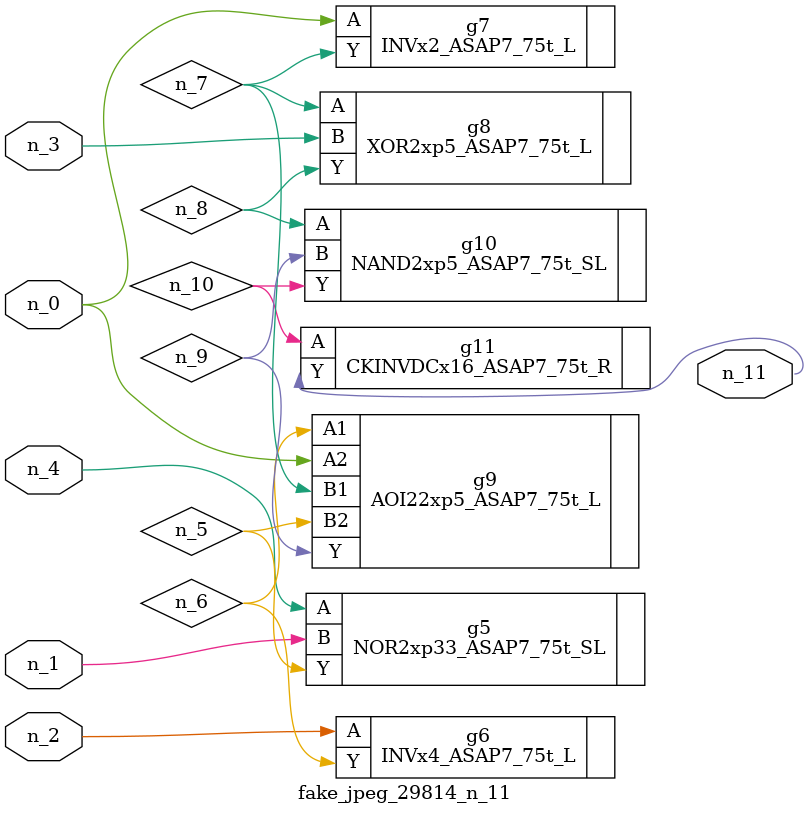
<source format=v>
module fake_jpeg_29814_n_11 (n_3, n_2, n_1, n_0, n_4, n_11);

input n_3;
input n_2;
input n_1;
input n_0;
input n_4;

output n_11;

wire n_10;
wire n_8;
wire n_9;
wire n_6;
wire n_5;
wire n_7;

NOR2xp33_ASAP7_75t_SL g5 ( 
.A(n_4),
.B(n_1),
.Y(n_5)
);

INVx4_ASAP7_75t_L g6 ( 
.A(n_2),
.Y(n_6)
);

INVx2_ASAP7_75t_L g7 ( 
.A(n_0),
.Y(n_7)
);

XOR2xp5_ASAP7_75t_L g8 ( 
.A(n_7),
.B(n_3),
.Y(n_8)
);

NAND2xp5_ASAP7_75t_SL g10 ( 
.A(n_8),
.B(n_9),
.Y(n_10)
);

AOI22xp5_ASAP7_75t_L g9 ( 
.A1(n_6),
.A2(n_0),
.B1(n_7),
.B2(n_5),
.Y(n_9)
);

CKINVDCx16_ASAP7_75t_R g11 ( 
.A(n_10),
.Y(n_11)
);


endmodule
</source>
